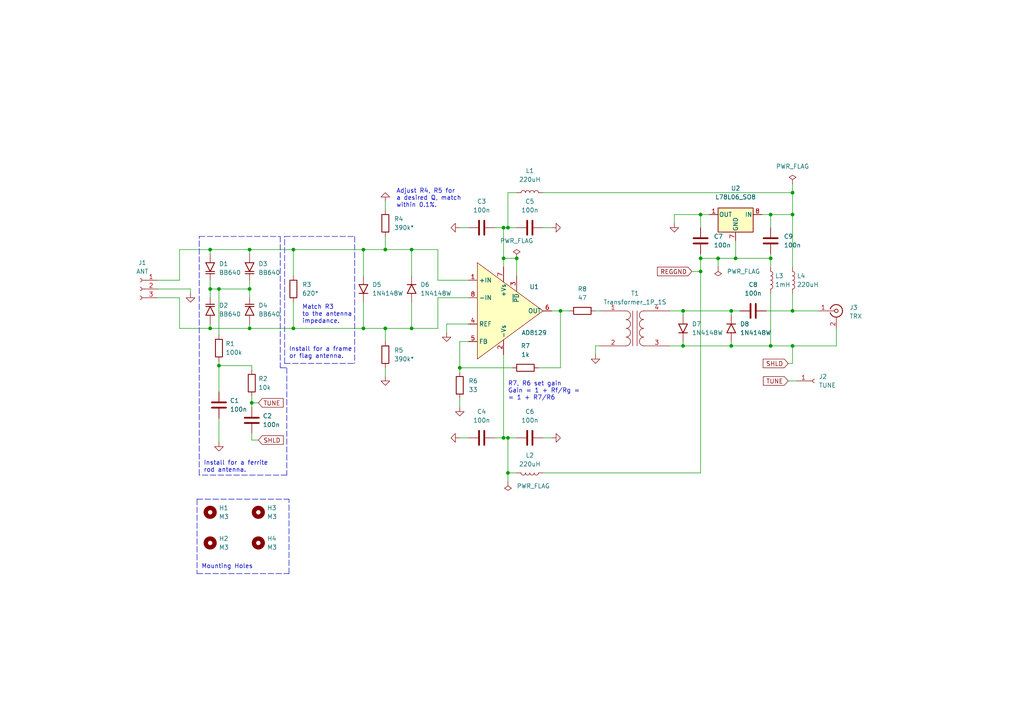
<source format=kicad_sch>
(kicad_sch (version 20211123) (generator eeschema)
  (paper "A4")
  (title_block (title "AD8129 Preamp Board") (date "2022-07-06") (rev "1"))
  (lib_symbols
    (symbol "AD8129 Preamp Board:AD8129"
      (property "Reference" "U" (at -6.35 15.875 0))
      (property "Value" "AD8129" (at -3.175 -15.875 0))
      (symbol "AD8129_0_1"
        (polyline (pts (xy 0 8.89) (xy 0 8.89)))
        (polyline (pts (xy -7.62 13.97) (xy 11.43 0) (xy -7.62 -13.97) (xy -7.62 13.97)) (fill (type background)))
      )
      (symbol "AD8129_1_1"
        (pin input line (at -10.16 8.89 0) (length 2.54) (name "+IN") (number "1"))
        (pin power_in line (at 0 -12.7 90) (length 4.31) (name "-Vs") (number "2"))
        (pin input line (at 3.81 10.16 270) (length 4.55) (name "~{PD}") (number "3"))
        (pin input line (at -10.16 -3.81 0) (length 2.54) (name "REF") (number "4"))
        (pin input line (at -10.16 -8.89 0) (length 2.54) (name "FB") (number "5"))
        (pin output line (at 13.97 0 180) (length 2.54) (name "OUT") (number "6"))
        (pin power_in line (at 0 12.7 270) (length 4.31) (name "+Vs") (number "7"))
        (pin input line (at -10.16 3.81 0) (length 2.54) (name "-IN") (number "8"))
      )
    )
    (symbol "AD8129 Preamp Board:C" (pin_numbers hide) (pin_names (offset 0.254))
      (property "Reference" "C" (at 0.635 2.54 0))
      (property "Value" "C" (at 0.635 -2.54 0))
      (symbol "C_0_1"
        (polyline (pts (xy -2.032 -0.762) (xy 2.032 -0.762)) (stroke (width 0.508)))
        (polyline (pts (xy -2.032 0.762) (xy 2.032 0.762)) (stroke (width 0.508)))
      )
      (symbol "C_1_1"
        (pin passive line (at 0 3.81 270) (length 2.794) (name "~") (number "1"))
        (pin passive line (at 0 -3.81 90) (length 2.794) (name "~") (number "2"))
      )
    )
    (symbol "AD8129 Preamp Board:Conn_01x01_Female" (pin_names (offset 1.016) hide)
      (property "Reference" "J" (at 0 2.54 0))
      (property "Value" "Conn_01x01_Female" (at 0 -2.54 0))
      (symbol "Conn_01x01_Female_1_1"
        (polyline (pts (xy -1.27 0) (xy -0.508 0)) (stroke (width 0.1524)))
        (arc (start 0 0.508) (mid -0.508 0) (end 0 -0.508) (stroke (width 0.1524)))
        (pin passive line (at -5.08 0 0) (length 3.81) (name "Pin_1") (number "1"))
      )
    )
    (symbol "AD8129 Preamp Board:Conn_01x03_Female" (pin_names (offset 1.016) hide)
      (property "Reference" "J" (at 0 5.08 0))
      (property "Value" "Conn_01x03_Female" (at 0 -5.08 0))
      (symbol "Conn_01x03_Female_1_1"
        (arc (start 0 -2.032) (mid -0.508 -2.54) (end 0 -3.048) (stroke (width 0.1524)))
        (polyline (pts (xy -1.27 -2.54) (xy -0.508 -2.54)) (stroke (width 0.1524)))
        (polyline (pts (xy -1.27 0) (xy -0.508 0)) (stroke (width 0.1524)))
        (polyline (pts (xy -1.27 2.54) (xy -0.508 2.54)) (stroke (width 0.1524)))
        (arc (start 0 0.508) (mid -0.508 0) (end 0 -0.508) (stroke (width 0.1524)))
        (arc (start 0 3.048) (mid -0.508 2.54) (end 0 2.032) (stroke (width 0.1524)))
        (pin passive line (at -5.08 2.54 0) (length 3.81) (name "Pin_1") (number "1"))
        (pin passive line (at -5.08 0 0) (length 3.81) (name "Pin_2") (number "2"))
        (pin passive line (at -5.08 -2.54 0) (length 3.81) (name "Pin_3") (number "3"))
      )
    )
    (symbol "AD8129 Preamp Board:Conn_Coaxial" (pin_names (offset 1.016) hide)
      (property "Reference" "J" (at 0.254 3.048 0))
      (property "Value" "Conn_Coaxial" (at 2.921 0 90))
      (symbol "Conn_Coaxial_0_1"
        (arc (start -1.778 -0.508) (mid 0.2311 -1.8066) (end 1.778 0) (stroke (width 0.254)))
        (polyline (pts (xy -2.54 0) (xy -0.508 0)))
        (polyline (pts (xy 0 -2.54) (xy 0 -1.778)))
        (circle (center 0 0) (radius 0.508) (stroke (width 0.2032)))
        (arc (start 1.778 0) (mid 0.2099 1.8101) (end -1.778 0.508) (stroke (width 0.254)))
      )
      (symbol "Conn_Coaxial_1_1"
        (pin passive line (at -5.08 0 0) (length 2.54) (name "In") (number "1"))
        (pin passive line (at 0 -5.08 90) (length 2.54) (name "Ext") (number "2"))
      )
    )
    (symbol "AD8129 Preamp Board:D" (pin_numbers hide) (pin_names (offset 1.016) hide)
      (property "Reference" "D" (at 0 2.54 0))
      (property "Value" "D" (at 0 -2.54 0))
      (symbol "D_0_1"
        (polyline (pts (xy -1.27 1.27) (xy -1.27 -1.27)) (stroke (width 0.254)))
        (polyline (pts (xy 1.27 1.27) (xy 1.27 -1.27) (xy -1.27 0) (xy 1.27 1.27)) (stroke (width 0.254)))
      )
      (symbol "D_1_1"
        (pin passive line (at -3.81 0 0) (length 2.54) (name "K") (number "1"))
        (pin passive line (at 3.81 0 180) (length 2.54) (name "A") (number "2"))
      )
    )
    (symbol "AD8129 Preamp Board:L" (pin_numbers hide) (pin_names (offset 1.016) hide)
      (property "Reference" "L" (at -1.27 0 90))
      (property "Value" "L" (at 1.905 0 90))
      (symbol "L_0_1"
        (arc (start 0 -2.54) (mid 0.635 -1.905) (end 0 -1.27))
        (arc (start 0 -1.27) (mid 0.635 -0.635) (end 0 0))
        (arc (start 0 0) (mid 0.635 0.635) (end 0 1.27))
        (arc (start 0 1.27) (mid 0.635 1.905) (end 0 2.54))
      )
      (symbol "L_1_1"
        (pin passive line (at 0 3.81 270) (length 1.27) (name "1") (number "1"))
        (pin passive line (at 0 -3.81 90) (length 1.27) (name "2") (number "2"))
      )
    )
    (symbol "AD8129 Preamp Board:L78L06_SO8" (pin_names (offset 0.254))
      (property "Reference" "U" (at -3.81 3.175 0))
      (property "Value" "L78L06_SO8" (at 0 3.175 0))
      (symbol "L78L06_SO8_0_1"
        (rectangle (start -5.08 1.905) (end 5.08 -5.08) (stroke (width 0.254)) (fill (type background)))
      )
      (symbol "L78L06_SO8_1_1"
        (pin power_out line (at 7.62 0 180) (length 2.54) (name "OUT") (number "1"))
        (pin passive line (at 0 -7.62 90) (length 2.54) hide (name "GND") (number "2"))
        (pin passive line (at 0 -7.62 90) (length 2.54) hide (name "GND") (number "3"))
        (pin no_connect line (at -5.08 -2.54 0) (length 2.54) hide (name "NC") (number "4"))
        (pin no_connect line (at 5.08 -2.54 180) (length 2.54) hide (name "NC") (number "5"))
        (pin passive line (at 0 -7.62 90) (length 2.54) hide (name "GND") (number "6"))
        (pin power_in line (at 0 -7.62 90) (length 2.54) (name "GND") (number "7"))
        (pin power_in line (at -7.62 0 0) (length 2.54) (name "IN") (number "8"))
      )
    )
    (symbol "AD8129 Preamp Board:MountingHole" (pin_names (offset 1.016))
      (property "Reference" "H" (at 0 5.08 0))
      (property "Value" "MountingHole" (at 0 3.175 0))
      (symbol "MountingHole_0_1"
        (circle (center 0 0) (radius 1.27) (stroke (width 1.27)))
      )
    )
    (symbol "AD8129 Preamp Board:R" (pin_numbers hide) (pin_names (offset 0))
      (property "Reference" "R" (at 2.032 0 90))
      (property "Value" "R" (at 0 0 90))
      (symbol "R_0_1"
        (rectangle (start -1.016 -2.54) (end 1.016 2.54) (stroke (width 0.254)))
      )
      (symbol "R_1_1"
        (pin passive line (at 0 3.81 270) (length 1.27) (name "~") (number "1"))
        (pin passive line (at 0 -3.81 90) (length 1.27) (name "~") (number "2"))
      )
    )
    (symbol "AD8129 Preamp Board:Transformer_1P_1S" (pin_names (offset 1.016) hide)
      (property "Reference" "T" (at 0 6.35 0))
      (property "Value" "Transformer_1P_1S" (at 0 -7.62 0))
      (symbol "Transformer_1P_1S_0_1"
        (arc (start -2.54 -5.0546) (mid -1.6599 -4.6901) (end -1.27 -3.81))
        (arc (start -2.54 -2.5146) (mid -1.6599 -2.1501) (end -1.27 -1.27))
        (arc (start -2.54 0.0254) (mid -1.6599 0.3899) (end -1.27 1.27))
        (arc (start -2.54 2.5654) (mid -1.6599 2.9299) (end -1.27 3.81))
        (arc (start -1.27 -3.81) (mid -1.642 -2.912) (end -2.54 -2.54))
        (arc (start -1.27 -1.27) (mid -1.642 -0.372) (end -2.54 0))
        (arc (start -1.27 1.27) (mid -1.642 2.168) (end -2.54 2.54))
        (arc (start -1.27 3.81) (mid -1.642 4.708) (end -2.54 5.08))
        (polyline (pts (xy -0.635 5.08) (xy -0.635 -5.08)))
        (polyline (pts (xy 0.635 -5.08) (xy 0.635 5.08)))
        (arc (start 1.2954 -1.27) (mid 1.6599 -2.1501) (end 2.54 -2.5146))
        (arc (start 1.2954 1.27) (mid 1.6599 0.3899) (end 2.54 0.0254))
        (arc (start 1.2954 3.81) (mid 1.6599 2.9299) (end 2.54 2.5654))
        (arc (start 1.3208 -3.81) (mid 1.6853 -4.6901) (end 2.5654 -5.0546))
        (arc (start 2.54 0) (mid 1.642 -0.372) (end 1.2954 -1.27))
        (arc (start 2.54 2.54) (mid 1.642 2.168) (end 1.2954 1.27))
        (arc (start 2.54 5.08) (mid 1.642 4.708) (end 1.2954 3.81))
        (arc (start 2.5654 -2.54) (mid 1.6674 -2.912) (end 1.3208 -3.81))
      )
      (symbol "Transformer_1P_1S_1_1"
        (pin passive line (at -10.16 5.08 0) (length 7.62) (name "AA") (number "1"))
        (pin passive line (at -10.16 -5.08 0) (length 7.62) (name "AB") (number "2"))
        (pin passive line (at 10.16 -5.08 180) (length 7.62) (name "SA") (number "3"))
        (pin passive line (at 10.16 5.08 180) (length 7.62) (name "SB") (number "4"))
      )
    )
    (symbol "AD8129 Preamp Board:VD" (pin_numbers hide) (pin_names (offset 1.016) hide)
      (property "Reference" "D" (at 0 2.54 0))
      (property "Value" "VD" (at 0 -2.54 0))
      (symbol "VD_0_1"
        (polyline (pts (xy -1.905 1.27) (xy -1.905 -1.27)) (stroke (width 0.254)))
        (polyline (pts (xy -1.27 1.27) (xy -1.27 -1.27)) (stroke (width 0.254)))
        (polyline (pts (xy 1.27 1.27) (xy 1.27 -1.27) (xy -1.27 0) (xy 1.27 1.27)) (stroke (width 0.254)))
      )
      (symbol "VD_1_1"
        (pin passive line (at -3.81 0 0) (length 1.91) (name "K") (number "1"))
        (pin passive line (at 3.81 0 180) (length 2.54) (name "A") (number "2"))
      )
    )
    (symbol "power:GND" (power) (pin_names (offset 0))
      (property "Value" "GND" (at 0 -3.81 0))
      (symbol "GND_0_1"
        (polyline (pts (xy 0 0) (xy 0 -1.27) (xy 1.27 -1.27) (xy 0 -2.54) (xy -1.27 -1.27) (xy 0 -1.27)))
      )
      (symbol "GND_1_1"
        (pin power_in line (at 0 0 270) (length 0) hide (name "GND") (number "1"))
      )
    )
    (symbol "power:PWR_FLAG" (power) (pin_numbers hide) (pin_names (offset 0) hide)
      (property "Value" "PWR_FLAG" (at 0 3.81 0))
      (symbol "PWR_FLAG_0_0"
        (pin power_out line (at 0 0 90) (length 0) (name "pwr") (number "1"))
      )
      (symbol "PWR_FLAG_0_1"
        (polyline (pts (xy 0 0) (xy 0 1.27) (xy -1.016 1.905) (xy 0 2.54) (xy 1.016 1.905) (xy 0 1.27)))
      )
    )
  )
  (junction (at 73.025 116.84))
  (junction (at 60.96 83.82))
  (junction (at 105.41 95.25))
  (junction (at 147.32 127))
  (junction (at 147.32 137.16))
  (junction (at 229.87 100.33))
  (junction (at 203.2 62.23))
  (junction (at 85.09 72.39))
  (junction (at 119.38 72.39))
  (junction (at 63.5 83.82))
  (junction (at 203.2 78.74))
  (junction (at 223.52 62.23))
  (junction (at 146.05 74.93))
  (junction (at 119.38 95.25))
  (junction (at 111.76 72.39))
  (junction (at 105.41 72.39))
  (junction (at 203.2 74.93))
  (junction (at 133.35 106.68))
  (junction (at 198.12 100.33))
  (junction (at 63.5 106.045))
  (junction (at 198.12 90.17))
  (junction (at 229.87 55.88))
  (junction (at 146.05 127))
  (junction (at 85.09 95.25))
  (junction (at 147.32 66.04))
  (junction (at 60.96 95.25))
  (junction (at 229.87 62.23))
  (junction (at 72.39 95.25))
  (junction (at 223.52 74.93))
  (junction (at 229.87 90.17))
  (junction (at 212.09 100.33))
  (junction (at 162.56 90.17))
  (junction (at 72.39 72.39))
  (junction (at 223.52 100.33))
  (junction (at 72.39 83.82))
  (junction (at 149.86 74.93))
  (junction (at 213.36 74.93))
  (junction (at 60.96 72.39))
  (junction (at 146.05 66.04))
  (junction (at 212.09 90.17))
  (junction (at 111.76 95.25))
  (junction (at 208.28 74.93))
  (wire (pts (xy 242.57 95.25) (xy 242.57 100.33)))
  (wire (pts (xy 198.12 90.17) (xy 198.12 91.44)))
  (wire (pts (xy 119.38 72.39) (xy 127 72.39)))
  (wire (pts (xy 222.25 90.17) (xy 229.87 90.17)))
  (wire (pts (xy 73.025 106.045) (xy 73.025 107.315)))
  (wire (pts (xy 146.05 77.47) (xy 146.05 74.93)))
  (wire (pts (xy 229.87 100.33) (xy 242.57 100.33)))
  (wire (pts (xy 212.09 100.33) (xy 223.52 100.33)))
  (wire (pts (xy 111.76 58.42) (xy 111.76 60.96)))
  (wire (pts (xy 203.2 62.23) (xy 205.74 62.23)))
  (wire (pts (xy 229.87 85.09) (xy 229.87 90.17)))
  (wire (pts (xy 147.32 66.04) (xy 149.86 66.04)))
  (wire (pts (xy 229.87 55.88) (xy 229.87 62.23)))
  (wire (pts (xy 195.58 64.77) (xy 195.58 62.23)))
  (wire (pts (xy 147.32 137.16) (xy 147.32 139.7)))
  (wire (pts (xy 60.96 93.98) (xy 60.96 95.25)))
  (wire (pts (xy 85.09 87.63) (xy 85.09 95.25)))
  (wire (pts (xy 229.87 100.33) (xy 229.87 105.41)))
  (wire (pts (xy 229.87 62.23) (xy 229.87 77.47)))
  (wire (pts (xy 60.96 81.28) (xy 60.96 83.82)))
  (wire (pts (xy 213.36 74.93) (xy 223.52 74.93)))
  (wire (pts (xy 146.05 127) (xy 147.32 127)))
  (polyline (pts (xy 83.185 106.68) (xy 83.185 137.795)))
  (wire (pts (xy 85.09 72.39) (xy 85.09 80.01)))
  (wire (pts (xy 60.96 72.39) (xy 72.39 72.39)))
  (polyline (pts (xy 57.785 137.795) (xy 57.785 68.58)))
  (wire (pts (xy 223.52 85.09) (xy 223.52 100.33)))
  (wire (pts (xy 212.09 99.06) (xy 212.09 100.33)))
  (wire (pts (xy 105.41 87.63) (xy 105.41 95.25)))
  (wire (pts (xy 60.96 73.66) (xy 60.96 72.39)))
  (wire (pts (xy 223.52 62.23) (xy 223.52 66.04)))
  (wire (pts (xy 133.35 66.04) (xy 135.89 66.04)))
  (wire (pts (xy 146.05 74.93) (xy 146.05 66.04)))
  (wire (pts (xy 52.07 95.25) (xy 60.96 95.25)))
  (wire (pts (xy 143.51 127) (xy 146.05 127)))
  (polyline (pts (xy 83.82 166.37) (xy 83.82 144.78)))
  (wire (pts (xy 157.48 55.88) (xy 229.87 55.88)))
  (wire (pts (xy 194.31 100.33) (xy 198.12 100.33)))
  (wire (pts (xy 73.025 125.73) (xy 73.025 127.635)))
  (wire (pts (xy 63.5 104.775) (xy 63.5 106.045)))
  (wire (pts (xy 45.72 86.36) (xy 52.07 86.36)))
  (wire (pts (xy 147.32 127) (xy 147.32 137.16)))
  (wire (pts (xy 111.76 72.39) (xy 119.38 72.39)))
  (wire (pts (xy 198.12 90.17) (xy 212.09 90.17)))
  (wire (pts (xy 127 86.36) (xy 127 95.25)))
  (wire (pts (xy 133.35 127) (xy 135.89 127)))
  (wire (pts (xy 203.2 74.93) (xy 208.28 74.93)))
  (polyline (pts (xy 83.185 137.795) (xy 57.785 137.795)))
  (wire (pts (xy 127 81.28) (xy 135.89 81.28)))
  (wire (pts (xy 111.76 95.25) (xy 111.76 99.06)))
  (wire (pts (xy 72.39 81.28) (xy 72.39 83.82)))
  (wire (pts (xy 127 86.36) (xy 135.89 86.36)))
  (wire (pts (xy 195.58 62.23) (xy 203.2 62.23)))
  (wire (pts (xy 157.48 127) (xy 160.02 127)))
  (polyline (pts (xy 57.785 68.58) (xy 81.28 68.58)))
  (wire (pts (xy 63.5 106.045) (xy 63.5 113.665)))
  (wire (pts (xy 52.07 72.39) (xy 60.96 72.39)))
  (wire (pts (xy 74.93 127.635) (xy 73.025 127.635)))
  (wire (pts (xy 212.09 90.17) (xy 212.09 91.44)))
  (wire (pts (xy 63.5 106.045) (xy 73.025 106.045)))
  (wire (pts (xy 85.09 95.25) (xy 105.41 95.25)))
  (wire (pts (xy 119.38 87.63) (xy 119.38 95.25)))
  (wire (pts (xy 208.28 74.93) (xy 208.28 77.47)))
  (wire (pts (xy 55.245 85.09) (xy 55.245 83.82)))
  (wire (pts (xy 52.07 81.28) (xy 52.07 72.39)))
  (wire (pts (xy 45.72 83.82) (xy 55.245 83.82)))
  (wire (pts (xy 72.39 83.82) (xy 72.39 86.36)))
  (wire (pts (xy 156.21 106.68) (xy 162.56 106.68)))
  (wire (pts (xy 172.72 90.17) (xy 173.99 90.17)))
  (wire (pts (xy 157.48 66.04) (xy 160.02 66.04)))
  (wire (pts (xy 119.38 80.01) (xy 119.38 72.39)))
  (wire (pts (xy 105.41 72.39) (xy 111.76 72.39)))
  (polyline (pts (xy 82.55 105.41) (xy 102.87 105.41)))
  (wire (pts (xy 63.5 121.285) (xy 63.5 128.27)))
  (wire (pts (xy 105.41 72.39) (xy 105.41 80.01)))
  (wire (pts (xy 111.76 68.58) (xy 111.76 72.39)))
  (wire (pts (xy 162.56 90.17) (xy 165.1 90.17)))
  (wire (pts (xy 172.72 102.87) (xy 172.72 100.33)))
  (wire (pts (xy 172.72 100.33) (xy 173.99 100.33)))
  (wire (pts (xy 63.5 83.82) (xy 72.39 83.82)))
  (wire (pts (xy 160.02 90.17) (xy 162.56 90.17)))
  (wire (pts (xy 72.39 72.39) (xy 85.09 72.39)))
  (wire (pts (xy 135.89 93.98) (xy 129.54 93.98)))
  (wire (pts (xy 157.48 137.16) (xy 203.2 137.16)))
  (wire (pts (xy 220.98 62.23) (xy 223.52 62.23)))
  (polyline (pts (xy 57.15 144.78) (xy 83.82 144.78)))
  (wire (pts (xy 72.39 93.98) (xy 72.39 95.25)))
  (wire (pts (xy 213.36 69.85) (xy 213.36 74.93)))
  (wire (pts (xy 73.025 114.935) (xy 73.025 116.84)))
  (wire (pts (xy 111.76 95.25) (xy 119.38 95.25)))
  (wire (pts (xy 147.32 55.88) (xy 149.86 55.88)))
  (wire (pts (xy 45.72 81.28) (xy 52.07 81.28)))
  (wire (pts (xy 162.56 90.17) (xy 162.56 106.68)))
  (wire (pts (xy 194.31 90.17) (xy 198.12 90.17)))
  (polyline (pts (xy 57.15 144.78) (xy 57.15 166.37)))
  (wire (pts (xy 111.76 106.68) (xy 111.76 109.22)))
  (wire (pts (xy 203.2 66.04) (xy 203.2 62.23)))
  (wire (pts (xy 228.6 110.49) (xy 231.14 110.49)))
  (wire (pts (xy 127 81.28) (xy 127 72.39)))
  (wire (pts (xy 146.05 102.87) (xy 146.05 127)))
  (wire (pts (xy 135.89 99.06) (xy 133.35 99.06)))
  (polyline (pts (xy 82.55 68.58) (xy 102.87 68.58)))
  (wire (pts (xy 73.025 116.84) (xy 74.93 116.84)))
  (wire (pts (xy 133.35 106.68) (xy 133.35 107.95)))
  (wire (pts (xy 147.32 127) (xy 149.86 127)))
  (wire (pts (xy 229.87 90.17) (xy 237.49 90.17)))
  (wire (pts (xy 228.6 105.41) (xy 229.87 105.41)))
  (polyline (pts (xy 81.28 106.68) (xy 83.185 106.68)))
  (wire (pts (xy 85.09 72.39) (xy 105.41 72.39)))
  (wire (pts (xy 147.32 137.16) (xy 149.86 137.16)))
  (wire (pts (xy 129.54 93.98) (xy 129.54 96.52)))
  (wire (pts (xy 105.41 95.25) (xy 111.76 95.25)))
  (wire (pts (xy 212.09 90.17) (xy 214.63 90.17)))
  (wire (pts (xy 203.2 74.93) (xy 203.2 78.74)))
  (wire (pts (xy 223.52 74.93) (xy 223.52 77.47)))
  (wire (pts (xy 198.12 99.06) (xy 198.12 100.33)))
  (wire (pts (xy 133.35 106.68) (xy 148.59 106.68)))
  (wire (pts (xy 60.96 95.25) (xy 72.39 95.25)))
  (wire (pts (xy 229.87 62.23) (xy 223.52 62.23)))
  (wire (pts (xy 223.52 100.33) (xy 229.87 100.33)))
  (wire (pts (xy 73.025 116.84) (xy 73.025 118.11)))
  (wire (pts (xy 72.39 95.25) (xy 85.09 95.25)))
  (wire (pts (xy 52.07 86.36) (xy 52.07 95.25)))
  (wire (pts (xy 60.96 83.82) (xy 63.5 83.82)))
  (wire (pts (xy 63.5 83.82) (xy 63.5 97.155)))
  (wire (pts (xy 203.2 78.74) (xy 203.2 137.16)))
  (wire (pts (xy 198.12 100.33) (xy 212.09 100.33)))
  (polyline (pts (xy 102.87 68.58) (xy 102.87 105.41)))
  (wire (pts (xy 229.87 53.34) (xy 229.87 55.88)))
  (wire (pts (xy 200.66 78.74) (xy 203.2 78.74)))
  (wire (pts (xy 143.51 66.04) (xy 146.05 66.04)))
  (wire (pts (xy 147.32 66.04) (xy 147.32 55.88)))
  (polyline (pts (xy 57.15 166.37) (xy 83.82 166.37)))
  (wire (pts (xy 223.52 73.66) (xy 223.52 74.93)))
  (wire (pts (xy 133.35 99.06) (xy 133.35 106.68)))
  (wire (pts (xy 208.28 74.93) (xy 213.36 74.93)))
  (wire (pts (xy 146.05 74.93) (xy 149.86 74.93)))
  (wire (pts (xy 133.35 115.57) (xy 133.35 118.11)))
  (wire (pts (xy 60.96 83.82) (xy 60.96 86.36)))
  (wire (pts (xy 72.39 72.39) (xy 72.39 73.66)))
  (polyline (pts (xy 81.28 68.58) (xy 81.28 106.68)))
  (wire (pts (xy 146.05 66.04) (xy 147.32 66.04)))
  (wire (pts (xy 119.38 95.25) (xy 127 95.25)))
  (wire (pts (xy 149.86 74.93) (xy 149.86 80.01)))
  (wire (pts (xy 203.2 73.66) (xy 203.2 74.93)))
  (polyline (pts (xy 82.55 105.41) (xy 82.55 68.58)))
  (text "Adjust R4, R5 for\na desired Q, match\nwithin 0.1%.\n" (at 114.935 60.325 0) (effects (font (size 1.27 1.27)) (justify left bottom)))
  (text "Mounting Holes" (at 58.42 165.1 0) (effects (font (size 1.27 1.27)) (justify left bottom)))
  (text "R7, R6 set gain\nGain = 1 + Rf/Rg =\n= 1 + R7/R6" (at 147.32 116.205 0) (effects (font (size 1.27 1.27)) (justify left bottom)))
  (text "Install for a ferrite\nrod antenna." (at 59.055 137.16 0) (effects (font (size 1.27 1.27)) (justify left bottom)))
  (text "Match R3\nto the antenna\nimpedance." (at 87.63 93.98 0) (effects (font (size 1.27 1.27)) (justify left bottom)))
  (text "Install for a frame\nor flag antenna." (at 83.82 104.14 0) (effects (font (size 1.27 1.27)) (justify left bottom)))
  (global_label "TUNE" (shape input) (at 74.93 116.84 0) (property "Intersheet References" "${INTERSHEET_REFS}" (effects hide)))
  (global_label "SHLD" (shape input) (at 228.6 105.41 180) (property "Intersheet References" "${INTERSHEET_REFS}" (effects hide)))
  (global_label "SHLD" (shape input) (at 74.93 127.635 0) (property "Intersheet References" "${INTERSHEET_REFS}" (effects hide)))
  (global_label "REGGND" (shape input) (at 200.66 78.74 180) (property "Intersheet References" "${INTERSHEET_REFS}" (effects hide)))
  (global_label "TUNE" (shape input) (at 228.6 110.49 180) (property "Intersheet References" "${INTERSHEET_REFS}" (effects hide)))
  (symbol (lib_id "AD8129 Preamp Board:L78L06_SO8") (at 213.36 62.23 0) (mirror y) (unit 1)
    (property "Reference" "U2" (at 213.36 54.61 0))
    (property "Value" "L78L06_SO8" (at 213.36 57.15 0))
    (property "Footprint" "Package_SO:SOIC-8_3.9x4.9mm_P1.27mm" (effects hide))
    (property "Datasheet" "http://www.st.com/content/ccc/resource/technical/document/datasheet/15/55/e5/aa/23/5b/43/fd/CD00000446.pdf/files/CD00000446.pdf/jcr:content/translations/en.CD00000446.pdf" (effects hide))
  )
  (symbol (lib_id "AD8129 Preamp Board:MountingHole") (at 74.93 148.59 0) (unit 1) (in_bom no)
    (property "Reference" "H3" (at 77.47 147.3199 0) (effects (justify left)))
    (property "Value" "M3" (at 77.47 149.8599 0) (effects (justify left)))
    (property "Footprint" "AD8129 Preamp Board:MountingHole_3.2mm_M3" (effects hide))
  )
  (symbol (lib_id "power:PWR_FLAG") (at 229.87 53.34 0) (unit 1)
    (property "Reference" "#FLG04" (effects hide))
    (property "Value" "PWR_FLAG" (at 229.87 48.26 0))
  )
  (symbol (lib_id "AD8129 Preamp Board:D") (at 198.12 95.25 90) (unit 1)
    (property "Reference" "D7" (at 200.66 93.9799 90) (effects (justify right)))
    (property "Value" "1N4148W" (at 200.66 96.5199 90) (effects (justify right)))
    (property "Footprint" "AD8129 Preamp Board:D_SOD-123" (effects hide))
    (property "Datasheet" "https://www.vishay.com/docs/85748/1n4148w.pdf" (effects hide))
  )
  (symbol (lib_id "AD8129 Preamp Board:R") (at 111.76 64.77 0) (unit 1)
    (property "Reference" "R4" (at 114.3 63.4999 0) (effects (justify left)))
    (property "Value" "390k*" (at 114.3 66.0399 0) (effects (justify left)))
    (property "Footprint" "AD8129 Preamp Board:R_0805_2012Metric" (effects hide))
  )
  (symbol (lib_id "AD8129 Preamp Board:Conn_01x03_Female") (at 40.64 83.82 0) (mirror y) (unit 1)
    (property "Reference" "J1" (at 41.275 76.2 0))
    (property "Value" "ANT" (at 41.275 78.74 0))
    (property "Footprint" "AD8129 Preamp Board:WirePad_3_0.8_1.5" (effects hide))
  )
  (symbol (lib_id "AD8129 Preamp Board:MountingHole") (at 60.96 157.48 0) (unit 1)
    (property "Reference" "H2" (at 63.5 156.2099 0) (effects (justify left)))
    (property "Value" "M3" (at 63.5 158.7499 0) (effects (justify left)))
    (property "Footprint" "AD8129 Preamp Board:MountingHole_3.2mm_M3" (effects hide))
  )
  (symbol (lib_id "AD8129 Preamp Board:AD8129") (at 146.05 90.17 0) (unit 1)
    (property "Reference" "U1" (at 154.94 83.185 0))
    (property "Value" "AD8129" (at 154.94 96.52 0))
    (property "Footprint" "AD8129 Preamp Board:SOIC-8_3.9x4.9mm_P1.27mm" (effects hide))
  )
  (symbol (lib_id "AD8129 Preamp Board:R") (at 152.4 106.68 90) (unit 1)
    (property "Reference" "R7" (at 152.4 100.33 90))
    (property "Value" "1k" (at 152.4 102.87 90))
    (property "Footprint" "AD8129 Preamp Board:R_0805_2012Metric" (effects hide))
  )
  (symbol (lib_id "AD8129 Preamp Board:C") (at 218.44 90.17 90) (unit 1)
    (property "Reference" "C8" (at 218.44 82.55 90))
    (property "Value" "100n" (at 218.44 85.09 90))
    (property "Footprint" "AD8129 Preamp Board:C_0805_2012Metric" (effects hide))
  )
  (symbol (lib_id "AD8129 Preamp Board:D") (at 105.41 83.82 90) (unit 1)
    (property "Reference" "D5" (at 107.95 82.5499 90) (effects (justify right)))
    (property "Value" "1N4148W" (at 107.95 85.0899 90) (effects (justify right)))
    (property "Footprint" "AD8129 Preamp Board:D_SOD-123" (effects hide))
    (property "Datasheet" "https://www.vishay.com/docs/85748/1n4148w.pdf" (effects hide))
  )
  (symbol (lib_id "AD8129 Preamp Board:Conn_Coaxial") (at 242.57 90.17 0) (unit 1)
    (property "Reference" "J3" (at 246.38 89.1931 0) (effects (justify left)))
    (property "Value" "TRX" (at 246.38 91.7331 0) (effects (justify left)))
    (property "Footprint" "AD8129 Preamp Board:SMA_Samtec_SMA-J-P-X-ST-EM1_EdgeMount" (effects hide))
    (property "Datasheet" " ~" (effects hide))
  )
  (symbol (lib_id "AD8129 Preamp Board:L") (at 229.87 81.28 0) (unit 1)
    (property "Reference" "L4" (at 231.14 80.0099 0) (effects (justify left)))
    (property "Value" "220uH" (at 231.14 82.5499 0) (effects (justify left)))
    (property "Footprint" "AD8129 Preamp Board:L_1812_4532Metric_Pad1.30x3.40mm_HandSolder" (effects hide))
  )
  (symbol (lib_id "AD8129 Preamp Board:C") (at 63.5 117.475 0) (unit 1)
    (property "Reference" "C1" (at 66.675 116.2049 0) (effects (justify left)))
    (property "Value" "100n" (at 66.675 118.7449 0) (effects (justify left)))
    (property "Footprint" "AD8129 Preamp Board:C_0805_2012Metric" (effects hide))
  )
  (symbol (lib_id "AD8129 Preamp Board:C") (at 153.67 127 270) (unit 1)
    (property "Reference" "C6" (at 153.67 119.38 90))
    (property "Value" "100n" (at 153.67 121.92 90))
    (property "Footprint" "AD8129 Preamp Board:C_0805_2012Metric" (effects hide))
  )
  (symbol (lib_id "AD8129 Preamp Board:VD") (at 72.39 90.17 270) (unit 1)
    (property "Reference" "D4" (at 74.93 88.5824 90) (effects (justify left)))
    (property "Value" "BB640" (at 74.93 91.1224 90) (effects (justify left)))
    (property "Footprint" "AD8129 Preamp Board:D_SOD-323" (effects hide))
    (property "Datasheet" "https://www.infineon.com/dgdl/Infineon-BB640SERIES-DS-v01_01-en.pdf?fileId=db3a304313d846880113d9d5b10c0172" (effects hide))
  )
  (symbol (lib_id "power:GND") (at 133.35 118.11 0) (unit 1)
    (property "Reference" "#PWR07" (effects hide))
    (property "Value" "GND" (effects hide))
  )
  (symbol (lib_id "power:GND") (at 195.58 64.77 0) (unit 1)
    (property "Reference" "#PWR012" (effects hide))
    (property "Value" "GND" (effects hide))
  )
  (symbol (lib_id "AD8129 Preamp Board:C") (at 139.7 66.04 90) (unit 1)
    (property "Reference" "C3" (at 139.7 58.42 90))
    (property "Value" "100n" (at 139.7 60.96 90))
    (property "Footprint" "AD8129 Preamp Board:C_0805_2012Metric" (effects hide))
  )
  (symbol (lib_id "AD8129 Preamp Board:R") (at 168.91 90.17 90) (unit 1)
    (property "Reference" "R8" (at 168.91 83.82 90))
    (property "Value" "47" (at 168.91 86.36 90))
    (property "Footprint" "AD8129 Preamp Board:R_0805_2012Metric" (effects hide))
  )
  (symbol (lib_id "AD8129 Preamp Board:VD") (at 60.96 77.47 90) (unit 1)
    (property "Reference" "D1" (at 63.5 76.5174 90) (effects (justify right)))
    (property "Value" "BB640" (at 63.5 79.0574 90) (effects (justify right)))
    (property "Footprint" "AD8129 Preamp Board:D_SOD-323" (effects hide))
    (property "Datasheet" "https://www.infineon.com/dgdl/Infineon-BB640SERIES-DS-v01_01-en.pdf?fileId=db3a304313d846880113d9d5b10c0172" (effects hide))
  )
  (symbol (lib_id "power:GND") (at 133.35 66.04 270) (unit 1)
    (property "Reference" "#PWR06" (effects hide))
    (property "Value" "GND" (effects hide))
  )
  (symbol (lib_id "power:GND") (at 160.02 127 90) (unit 1)
    (property "Reference" "#PWR010" (effects hide))
    (property "Value" "GND" (effects hide))
  )
  (symbol (lib_id "AD8129 Preamp Board:MountingHole") (at 74.93 157.48 0) (unit 1) (in_bom no)
    (property "Reference" "H4" (at 77.47 156.2099 0) (effects (justify left)))
    (property "Value" "M3" (at 77.47 158.7499 0) (effects (justify left)))
    (property "Footprint" "AD8129 Preamp Board:MountingHole_3.2mm_M3" (effects hide))
  )
  (symbol (lib_id "power:GND") (at 133.35 127 270) (unit 1)
    (property "Reference" "#PWR08" (effects hide))
    (property "Value" "GND" (effects hide))
  )
  (symbol (lib_id "power:GND") (at 111.76 58.42 180) (unit 1)
    (property "Reference" "#PWR03" (effects hide))
    (property "Value" "GND" (effects hide))
  )
  (symbol (lib_id "AD8129 Preamp Board:D") (at 212.09 95.25 270) (unit 1)
    (property "Reference" "D8" (at 214.63 93.9799 90) (effects (justify left)))
    (property "Value" "1N4148W" (at 214.63 96.5199 90) (effects (justify left)))
    (property "Footprint" "AD8129 Preamp Board:D_SOD-123" (effects hide))
    (property "Datasheet" "https://www.vishay.com/docs/85748/1n4148w.pdf" (effects hide))
  )
  (symbol (lib_id "AD8129 Preamp Board:L") (at 153.67 55.88 90) (unit 1)
    (property "Reference" "L1" (at 153.67 49.53 90))
    (property "Value" "220uH" (at 153.67 52.07 90))
    (property "Footprint" "AD8129 Preamp Board:L_1812_4532Metric_Pad1.30x3.40mm_HandSolder" (effects hide))
  )
  (symbol (lib_id "power:PWR_FLAG") (at 147.32 139.7 180) (unit 1)
    (property "Reference" "#FLG01" (effects hide))
    (property "Value" "PWR_FLAG" (at 149.86 140.9699 0) (effects (justify right)))
  )
  (symbol (lib_id "AD8129 Preamp Board:L") (at 223.52 81.28 0) (unit 1)
    (property "Reference" "L3" (at 224.79 80.0099 0) (effects (justify left)))
    (property "Value" "1mH" (at 224.79 82.5499 0) (effects (justify left)))
    (property "Footprint" "AD8129 Preamp Board:L_1812_4532Metric_Pad1.30x3.40mm_HandSolder" (effects hide))
  )
  (symbol (lib_id "AD8129 Preamp Board:R") (at 63.5 100.965 0) (unit 1)
    (property "Reference" "R1" (at 65.405 99.6949 0) (effects (justify left)))
    (property "Value" "100k" (at 65.405 102.2349 0) (effects (justify left)))
    (property "Footprint" "AD8129 Preamp Board:R_0805_2012Metric" (effects hide))
  )
  (symbol (lib_id "power:GND") (at 172.72 102.87 0) (unit 1)
    (property "Reference" "#PWR011" (effects hide))
    (property "Value" "GND" (effects hide))
  )
  (symbol (lib_id "AD8129 Preamp Board:C") (at 139.7 127 270) (unit 1)
    (property "Reference" "C4" (at 139.7 119.38 90))
    (property "Value" "100n" (at 139.7 121.92 90))
    (property "Footprint" "AD8129 Preamp Board:C_0805_2012Metric" (effects hide))
  )
  (symbol (lib_id "power:GND") (at 129.54 96.52 0) (unit 1)
    (property "Reference" "#PWR05" (effects hide))
    (property "Value" "GND" (effects hide))
  )
  (symbol (lib_id "AD8129 Preamp Board:R") (at 111.76 102.87 0) (unit 1)
    (property "Reference" "R5" (at 114.3 101.5999 0) (effects (justify left)))
    (property "Value" "390k*" (at 114.3 104.1399 0) (effects (justify left)))
    (property "Footprint" "AD8129 Preamp Board:R_0805_2012Metric" (effects hide))
  )
  (symbol (lib_id "power:PWR_FLAG") (at 149.86 74.93 0) (unit 1)
    (property "Reference" "#FLG02" (effects hide))
    (property "Value" "PWR_FLAG" (at 149.86 69.85 0))
  )
  (symbol (lib_id "AD8129 Preamp Board:L") (at 153.67 137.16 270) (unit 1)
    (property "Reference" "L2" (at 153.67 132.08 90))
    (property "Value" "220uH" (at 153.67 134.62 90))
    (property "Footprint" "AD8129 Preamp Board:L_1812_4532Metric_Pad1.30x3.40mm_HandSolder" (effects hide))
  )
  (symbol (lib_id "AD8129 Preamp Board:D") (at 119.38 83.82 270) (unit 1)
    (property "Reference" "D6" (at 121.92 82.5499 90) (effects (justify left)))
    (property "Value" "1N4148W" (at 121.92 85.0899 90) (effects (justify left)))
    (property "Footprint" "AD8129 Preamp Board:D_SOD-123" (effects hide))
    (property "Datasheet" "https://www.vishay.com/docs/85748/1n4148w.pdf" (effects hide))
  )
  (symbol (lib_id "AD8129 Preamp Board:MountingHole") (at 60.96 148.59 0) (unit 1) (in_bom no)
    (property "Reference" "H1" (at 63.5 147.3199 0) (effects (justify left)))
    (property "Value" "M3" (at 63.5 149.8599 0) (effects (justify left)))
    (property "Footprint" "AD8129 Preamp Board:MountingHole_3.2mm_M3" (effects hide))
  )
  (symbol (lib_id "AD8129 Preamp Board:R") (at 133.35 111.76 0) (unit 1)
    (property "Reference" "R6" (at 135.89 110.4899 0) (effects (justify left)))
    (property "Value" "33" (at 135.89 113.0299 0) (effects (justify left)))
    (property "Footprint" "AD8129 Preamp Board:R_0805_2012Metric" (effects hide))
  )
  (symbol (lib_id "power:GND") (at 111.76 109.22 0) (unit 1)
    (property "Reference" "#PWR04" (effects hide))
    (property "Value" "GND" (effects hide))
  )
  (symbol (lib_id "AD8129 Preamp Board:C") (at 73.025 121.92 0) (unit 1)
    (property "Reference" "C2" (at 76.2 120.6499 0) (effects (justify left)))
    (property "Value" "100n" (at 76.2 123.1899 0) (effects (justify left)))
    (property "Footprint" "AD8129 Preamp Board:C_0805_2012Metric" (effects hide))
  )
  (symbol (lib_id "power:GND") (at 55.245 85.09 0) (unit 1)
    (property "Reference" "#PWR01" (effects hide))
    (property "Value" "GND" (effects hide))
  )
  (symbol (lib_id "power:PWR_FLAG") (at 208.28 77.47 180) (unit 1)
    (property "Reference" "#FLG03" (effects hide))
    (property "Value" "PWR_FLAG" (at 210.82 78.7399 0) (effects (justify right)))
  )
  (symbol (lib_id "AD8129 Preamp Board:VD") (at 60.96 90.17 270) (unit 1)
    (property "Reference" "D2" (at 63.5 88.5824 90) (effects (justify left)))
    (property "Value" "BB640" (at 63.5 91.1224 90) (effects (justify left)))
    (property "Footprint" "AD8129 Preamp Board:D_SOD-323" (effects hide))
    (property "Datasheet" "https://www.infineon.com/dgdl/Infineon-BB640SERIES-DS-v01_01-en.pdf?fileId=db3a304313d846880113d9d5b10c0172" (effects hide))
  )
  (symbol (lib_id "AD8129 Preamp Board:VD") (at 72.39 77.47 90) (unit 1)
    (property "Reference" "D3" (at 74.93 76.5174 90) (effects (justify right)))
    (property "Value" "BB640" (at 74.93 79.0574 90) (effects (justify right)))
    (property "Footprint" "AD8129 Preamp Board:D_SOD-323" (effects hide))
    (property "Datasheet" "https://www.infineon.com/dgdl/Infineon-BB640SERIES-DS-v01_01-en.pdf?fileId=db3a304313d846880113d9d5b10c0172" (effects hide))
  )
  (symbol (lib_id "AD8129 Preamp Board:C") (at 203.2 69.85 0) (unit 1)
    (property "Reference" "C7" (at 207.01 68.5799 0) (effects (justify left)))
    (property "Value" "100n" (at 207.01 71.1199 0) (effects (justify left)))
    (property "Footprint" "AD8129 Preamp Board:C_0805_2012Metric" (effects hide))
  )
  (symbol (lib_id "AD8129 Preamp Board:Conn_01x01_Female") (at 236.22 110.49 0) (unit 1)
    (property "Reference" "J2" (at 237.49 109.2199 0) (effects (justify left)))
    (property "Value" "TUNE" (at 237.49 111.7599 0) (effects (justify left)))
    (property "Footprint" "AD8129 Preamp Board:WirePad_1_0.8_1.5" (effects hide))
  )
  (symbol (lib_id "AD8129 Preamp Board:R") (at 73.025 111.125 0) (unit 1)
    (property "Reference" "R2" (at 74.93 109.8549 0) (effects (justify left)))
    (property "Value" "10k" (at 74.93 112.3949 0) (effects (justify left)))
    (property "Footprint" "AD8129 Preamp Board:R_0805_2012Metric" (effects hide))
  )
  (symbol (lib_id "power:GND") (at 160.02 66.04 90) (unit 1)
    (property "Reference" "#PWR09" (effects hide))
    (property "Value" "GND" (effects hide))
  )
  (symbol (lib_id "AD8129 Preamp Board:R") (at 85.09 83.82 0) (unit 1)
    (property "Reference" "R3" (at 87.63 82.5499 0) (effects (justify left)))
    (property "Value" "620*" (at 87.63 85.0899 0) (effects (justify left)))
    (property "Footprint" "AD8129 Preamp Board:R_0805_2012Metric" (effects hide))
  )
  (symbol (lib_id "AD8129 Preamp Board:Transformer_1P_1S") (at 184.15 95.25 0) (unit 1)
    (property "Reference" "T1" (at 184.1627 85.09 0))
    (property "Value" "Transformer_1P_1S" (at 184.1627 87.63 0))
    (property "Footprint" "AD8129 Preamp Board:TR-FT-50-43-1P-1S-Isolated" (effects hide))
  )
  (symbol (lib_id "AD8129 Preamp Board:C") (at 223.52 69.85 0) (unit 1)
    (property "Reference" "C9" (at 227.33 68.5799 0) (effects (justify left)))
    (property "Value" "100n" (at 227.33 71.1199 0) (effects (justify left)))
    (property "Footprint" "AD8129 Preamp Board:C_0805_2012Metric" (effects hide))
  )
  (symbol (lib_id "AD8129 Preamp Board:C") (at 153.67 66.04 90) (unit 1)
    (property "Reference" "C5" (at 153.67 58.42 90))
    (property "Value" "100n" (at 153.67 60.96 90))
    (property "Footprint" "AD8129 Preamp Board:C_0805_2012Metric" (effects hide))
  )
  (symbol (lib_id "power:GND") (at 63.5 128.27 0) (unit 1)
    (property "Reference" "#PWR02" (effects hide))
    (property "Value" "GND" (effects hide))
  )
)
</source>
